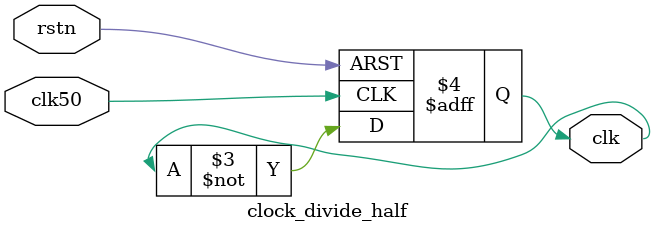
<source format=sv>

module clock_divide_half (
    input logic clk50, rstn,
    output logic clk
);

    // Toggle flip-flop for dividing the clock by 2
    always_ff @(posedge clk50 or negedge rstn) begin
		  if (~rstn) clk <= 1'b0;
        else clk <= ~clk;
    end

endmodule
</source>
